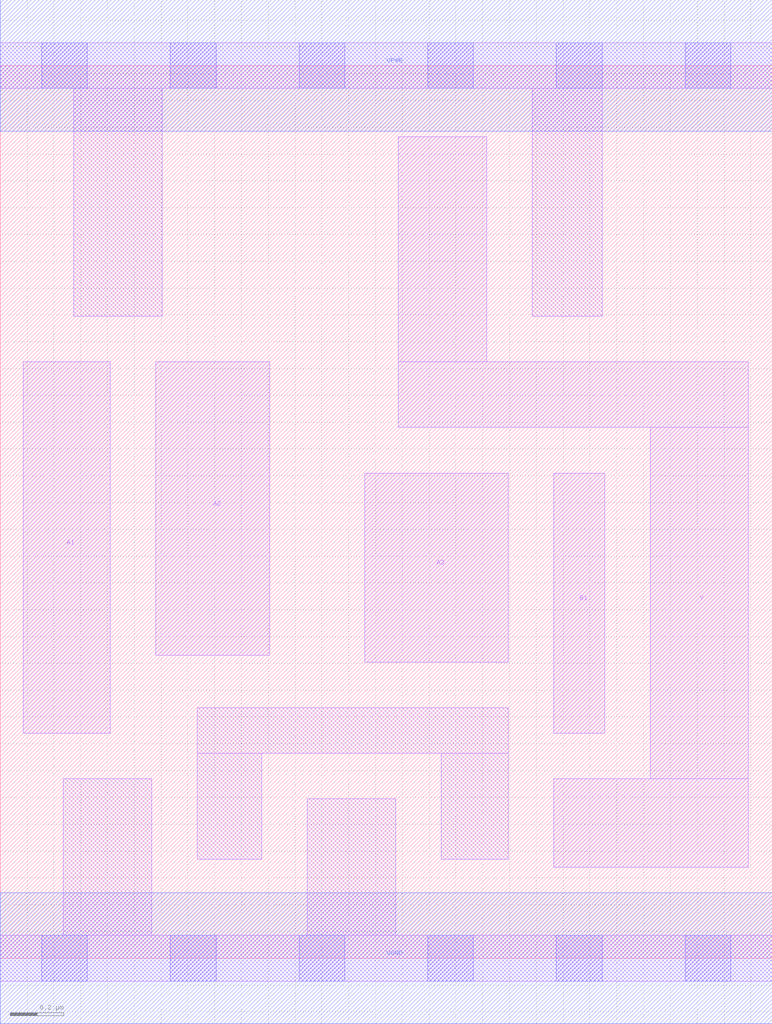
<source format=lef>
# Copyright 2020 The SkyWater PDK Authors
#
# Licensed under the Apache License, Version 2.0 (the "License");
# you may not use this file except in compliance with the License.
# You may obtain a copy of the License at
#
#     https://www.apache.org/licenses/LICENSE-2.0
#
# Unless required by applicable law or agreed to in writing, software
# distributed under the License is distributed on an "AS IS" BASIS,
# WITHOUT WARRANTIES OR CONDITIONS OF ANY KIND, either express or implied.
# See the License for the specific language governing permissions and
# limitations under the License.
#
# SPDX-License-Identifier: Apache-2.0

VERSION 5.7 ;
  NAMESCASESENSITIVE ON ;
  NOWIREEXTENSIONATPIN ON ;
  DIVIDERCHAR "/" ;
  BUSBITCHARS "[]" ;
UNITS
  DATABASE MICRONS 200 ;
END UNITS
MACRO sky130_fd_sc_lp__o31ai_0
  CLASS CORE ;
  SOURCE USER ;
  FOREIGN sky130_fd_sc_lp__o31ai_0 ;
  ORIGIN  0.000000  0.000000 ;
  SIZE  2.880000 BY  3.330000 ;
  SYMMETRY X Y R90 ;
  SITE unit ;
  PIN A1
    ANTENNAGATEAREA  0.159000 ;
    DIRECTION INPUT ;
    USE SIGNAL ;
    PORT
      LAYER li1 ;
        RECT 0.085000 0.840000 0.410000 2.225000 ;
    END
  END A1
  PIN A2
    ANTENNAGATEAREA  0.159000 ;
    DIRECTION INPUT ;
    USE SIGNAL ;
    PORT
      LAYER li1 ;
        RECT 0.580000 1.130000 1.005000 2.225000 ;
    END
  END A2
  PIN A3
    ANTENNAGATEAREA  0.159000 ;
    DIRECTION INPUT ;
    USE SIGNAL ;
    PORT
      LAYER li1 ;
        RECT 1.360000 1.105000 1.895000 1.810000 ;
    END
  END A3
  PIN B1
    ANTENNAGATEAREA  0.159000 ;
    DIRECTION INPUT ;
    USE SIGNAL ;
    PORT
      LAYER li1 ;
        RECT 2.065000 0.840000 2.255000 1.810000 ;
    END
  END B1
  PIN Y
    ANTENNADIFFAREA  0.433300 ;
    DIRECTION OUTPUT ;
    USE SIGNAL ;
    PORT
      LAYER li1 ;
        RECT 1.485000 1.980000 2.790000 2.225000 ;
        RECT 1.485000 2.225000 1.815000 3.065000 ;
        RECT 2.065000 0.340000 2.790000 0.670000 ;
        RECT 2.425000 0.670000 2.790000 1.980000 ;
    END
  END Y
  PIN VGND
    DIRECTION INOUT ;
    USE GROUND ;
    PORT
      LAYER met1 ;
        RECT 0.000000 -0.245000 2.880000 0.245000 ;
    END
  END VGND
  PIN VPWR
    DIRECTION INOUT ;
    USE POWER ;
    PORT
      LAYER met1 ;
        RECT 0.000000 3.085000 2.880000 3.575000 ;
    END
  END VPWR
  OBS
    LAYER li1 ;
      RECT 0.000000 -0.085000 2.880000 0.085000 ;
      RECT 0.000000  3.245000 2.880000 3.415000 ;
      RECT 0.235000  0.085000 0.565000 0.670000 ;
      RECT 0.275000  2.395000 0.605000 3.245000 ;
      RECT 0.735000  0.370000 0.975000 0.765000 ;
      RECT 0.735000  0.765000 1.895000 0.935000 ;
      RECT 1.145000  0.085000 1.475000 0.595000 ;
      RECT 1.645000  0.370000 1.895000 0.765000 ;
      RECT 1.985000  2.395000 2.245000 3.245000 ;
    LAYER mcon ;
      RECT 0.155000 -0.085000 0.325000 0.085000 ;
      RECT 0.155000  3.245000 0.325000 3.415000 ;
      RECT 0.635000 -0.085000 0.805000 0.085000 ;
      RECT 0.635000  3.245000 0.805000 3.415000 ;
      RECT 1.115000 -0.085000 1.285000 0.085000 ;
      RECT 1.115000  3.245000 1.285000 3.415000 ;
      RECT 1.595000 -0.085000 1.765000 0.085000 ;
      RECT 1.595000  3.245000 1.765000 3.415000 ;
      RECT 2.075000 -0.085000 2.245000 0.085000 ;
      RECT 2.075000  3.245000 2.245000 3.415000 ;
      RECT 2.555000 -0.085000 2.725000 0.085000 ;
      RECT 2.555000  3.245000 2.725000 3.415000 ;
  END
END sky130_fd_sc_lp__o31ai_0

</source>
